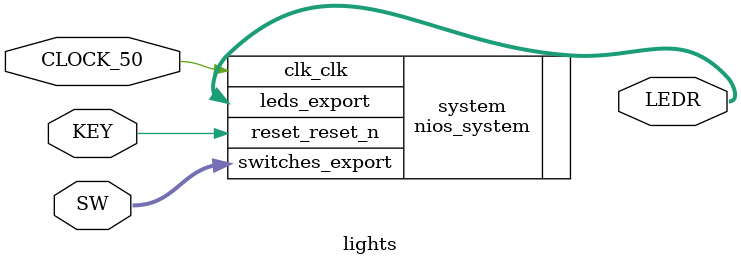
<source format=v>
module lights(CLOCK_50, LEDR, SW, KEY);
	input CLOCK_50;
	input [7:0] SW;
	input [0:0] KEY;
	output [7:0] LEDR;
	
	
	nios_system system(
								.switches_export(SW[7:0]),
								.leds_export(LEDR[7:0]),
								.reset_reset_n(KEY[0:0]),
								.clk_clk(CLOCK_50)
							);
endmodule
							
							

</source>
